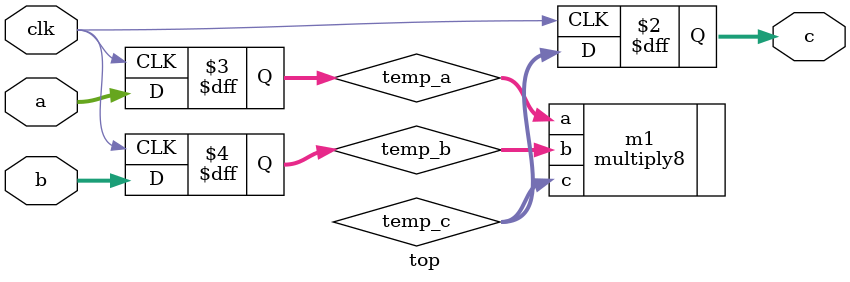
<source format=v>


module top #(parameter index=0) (input clk,
input [7:0] a,
input [7:0] b,
output reg [15:0] c);
 

reg  [7:0] temp_a;
wire [15:0] temp_c;
reg  [7:0] temp_b;


multiply8 m1(.a(temp_a),.b(temp_b),.c(temp_c));
always @(posedge clk)
begin
    temp_a<=a;
    temp_b<=b;
    c<=temp_c;
end


 
endmodule

</source>
